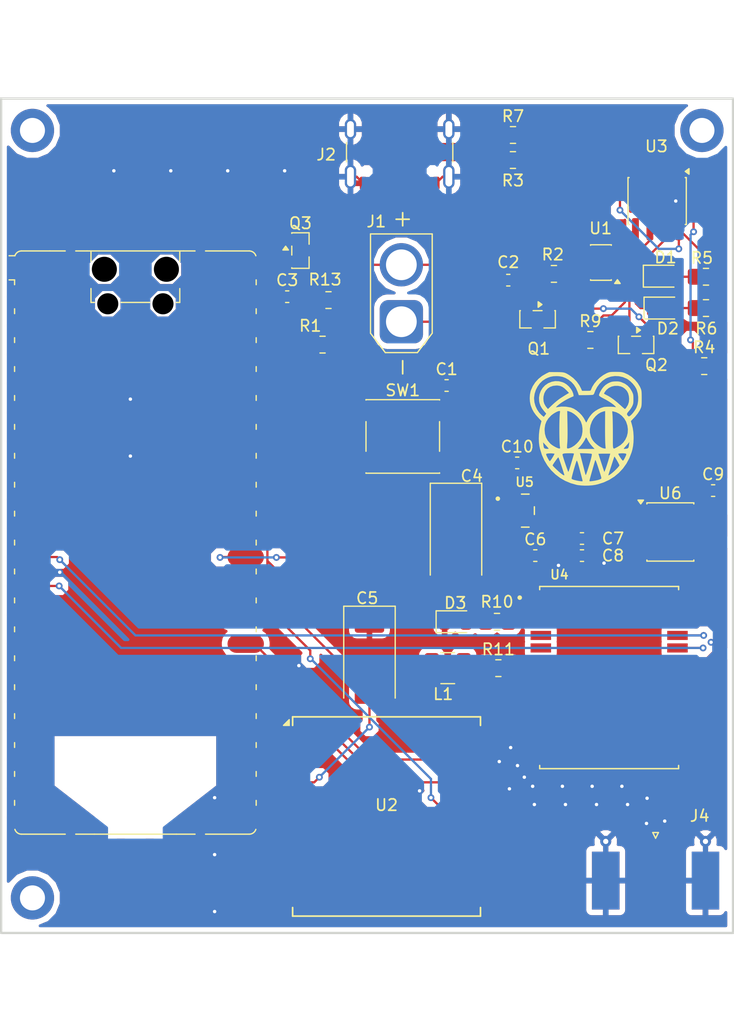
<source format=kicad_pcb>
(kicad_pcb (version 20241229) (generator "pcbnew") (generator_version "9.0")
  (layers (0 "F.Cu" signal) (2 "B.Cu" signal) (13 "F.Paste" user) (15 "B.Paste" user) (5 "F.SilkS" user "F.Silkscreen") (7 "B.SilkS" user "B.Silkscreen") (1 "F.Mask" user) (3 "B.Mask" user) (25 "Edge.Cuts" user))
  (net 0 "")
  (net 2 "Net-(A1-GPIO22)")
  (net 3 "Net-(A1-GPIO21)")
  (net 5 "Net-(A1-GND-Pad13)")
  (net 6 "Net-(A1-VSYS)")
  (net 8 "Net-(A1-GPIO20)")
  (net 11 "Net-(A1-GPIO9)")
  (net 14 "Net-(A1-GPIO8)")
  (net 19 "Net-(A1-GPIO19)")
  (net 21 "Net-(A1-3V3)")
  (net 25 "Net-(A1-GPIO16)")
  (net 26 "Net-(A1-GPIO17)")
  (net 33 "GND")
  (net 34 "Net-(U5-BYPASS)")
  (net 35 "Net-(U4-VCC)")
  (net 36 "Net-(D1-K)")
  (net 37 "Net-(D1-A)")
  (net 38 "Net-(D2-K)")
  (net 39 "Net-(D2-A)")
  (net 40 "Net-(D3-A)")
  (net 41 "Net-(L1-Pad1)")
  (net 42 "Net-(Q1-G)")
  (net 43 "Net-(Q1-D)")
  (net 44 "Net-(Q2-G)")
  (net 45 "Net-(Q3-G)")
  (net 46 "Net-(U1-VCC)")
  (net 47 "Net-(U3-PROG)")
  (net 48 "Net-(U3-CE)")
  (net 49 "Net-(U1-CS)")
  (net 50 "Net-(U4-TIMEPULSE)")
  (net 51 "Net-(U4-RSVD_8)")
  (net 57 "Net-(U4-SDA2)")
  (net 64 "Net-(U4-SCL2)")
  (net 65 "Net-(J1-Pin_2)")
  (net 66 "Net-(J1-Pin_1)")
  (net 67 "Net-(A1-RUN)")
  (net 68 "Net-(J2-CC1)")
  (net 69 "Net-(J2-CC2)")
  (net 74 "Net-(J4-In)")
  (footprint "Button_Switch_SMD:SW_SPST_PTS645Sx43SMTR92" (layer "F.Cu") (at 185.125 89.675)
    (property "Reference" "SW1")
    (property "Value" "SW_Push")
  )
  (footprint "Package_SO:SOIC-8_3.9x4.9mm_P1.27mm" (layer "F.Cu") (at 208.625 98.065)
    (property "Reference" "U6")
    (property "Value" "24LC32")
  )
  (footprint "Connector_Coaxial:SMA_Molex_73251-1153_EdgeMount_Horizontal" (layer "F.Cu") (at 207.33 126.96 90)
    (property "Reference" "J4")
    (property "Value" "Conn_Coaxial" (hide yes))
  )
  (footprint "MountingHole:MountingHole_2.2mm_M2_DIN965_Pad" (layer "F.Cu") (at 152.6 130.2)
    (property "Reference" "REF**" (hide yes))
    (property "Value" "MountingHole_2.2mm_M2_DIN965_Pad" (hide yes))
  )
  (footprint "Capacitor_SMD:C_0603_1608Metric" (layer "F.Cu") (at 200.8625 100.14)
    (property "Reference" "C8")
    (property "Value" "1 uf" (hide yes))
  )
  (footprint "Capacitor_SMD:C_0603_1608Metric" (layer "F.Cu") (at 174.975 77.4)
    (property "Reference" "C3")
    (property "Value" "100 nF" (hide yes))
  )
  (footprint "TPS79133DBVR:SOT95P280X145-5N" (layer "F.Cu") (at 195.8825 96.19)
    (property "Reference" "U5")
    (property "Value" "TPS79133DBVR" (hide yes))
  )
  (footprint "Resistor_SMD:R_0805_2012Metric_Pad1.20x1.40mm_HandSolder" (layer "F.Cu") (at 178.08 81.61116)
    (property "Reference" "R1")
    (property "Value" "10 kO" (hide yes))
  )
  (footprint "Capacitor_SMD:C_0603_1608Metric" (layer "F.Cu") (at 194.39 75.949999 180)
    (property "Reference" "C2")
    (property "Value" "0.1 nF" (hide yes))
  )
  (footprint "Capacitor_SMD:C_0603_1608Metric" (layer "F.Cu") (at 212.382984 94.428984)
    (property "Reference" "C9")
    (property "Value" "0.1 uF" (hide yes))
  )
  (footprint "Resistor_SMD:R_0805_2012Metric_Pad1.20x1.40mm_HandSolder" (layer "F.Cu") (at 211.755 75.65)
    (property "Reference" "R5")
    (property "Value" "1 kO" (hide yes))
  )
  (footprint "LED_SMD:LED_0805_2012Metric" (layer "F.Cu") (at 208 78.4)
    (property "Reference" "D2")
    (property "Value" "LED" (hide yes))
  )
  (footprint "Resistor_SMD:R_0805_2012Metric_Pad1.20x1.40mm_HandSolder" (layer "F.Cu") (at 211.755 78.4)
    (property "Reference" "R6")
    (property "Value" "1 kO" (hide yes))
  )
  (footprint "LED_SMD:LED_0805_2012Metric" (layer "F.Cu") (at 189.7375 105.95)
    (property "Reference" "D3")
    (property "Value" "LED" (hide yes))
  )
  (footprint "Resistor_SMD:R_0805_2012Metric_Pad1.20x1.40mm_HandSolder" (layer "F.Cu") (at 193.4 105.95 180)
    (property "Reference" "R10")
    (property "Value" "1 kO" (hide yes))
  )
  (footprint "Connector_USB:USB_C_Receptacle_GCT_USB4105-xx-A_16P_TopMnt_Horizontal" (layer "F.Cu") (at 184.85 63.76 180)
    (property "Reference" "J2")
    (property "Value" "USB_C_Receptacle_USB2.0_16P" (hide yes))
  )
  (footprint "Package_TO_SOT_SMD:SOT-23-6" (layer "F.Cu") (at 202.5275 74.399999 180)
    (property "Reference" "U1")
    (property "Value" "DW01A" (hide yes))
  )
  (footprint "Capacitor_SMD:C_0603_1608Metric" (layer "F.Cu") (at 200.8625 98.64)
    (property "Reference" "C7")
    (property "Value" "1 uF" (hide yes))
  )
  (footprint "Resistor_SMD:R_0805_2012Metric_Pad1.20x1.40mm_HandSolder" (layer "F.Cu") (at 211.6 83.5)
    (property "Reference" "R4")
    (property "Value" "1.1 kO" (hide yes))
  )
  (footprint "rdhead_logo:logosmall" (layer "F.Cu") (at 201.2 89)
    (property "Reference" "G***" (hide yes))
    (property "Value" "LOGO" (hide yes))
  )
  (footprint "Inductor_SMD:L_1210_3225Metric" (layer "F.Cu") (at 189.075 110.025 180)
    (property "Reference" "L1")
    (property "Value" "27 uH" (hide yes))
  )
  (footprint "Capacitor_SMD:C_0603_1608Metric" (layer "F.Cu") (at 196.7625 100.14)
    (property "Reference" "C6")
    (property "Value" "0.01 uF" (hide yes))
  )
  (footprint "GY-NEO6MV2 (1):XCVR_GY-NEO6MV2" (layer "F.Cu") (at 203.25 110.85)
    (property "Reference" "U4")
    (property "Value" "GY-NEO6MV2")
  )
  (footprint "Package_SO:SOIC-8-1EP_3.9x4.9mm_P1.27mm_EP2.41x3.81mm" (layer "F.Cu") (at 207.465 68.999999 -90)
    (property "Reference" "U3")
    (property "Value" "TP4056-42-ESOP8" (hide yes))
  )
  (footprint "Resistor_SMD:R_0805_2012Metric_Pad1.20x1.40mm_HandSolder" (layer "F.Cu") (at 178.6 77.7)
    (property "Reference" "R13")
    (property "Value" "10 kO" (hide yes))
  )
  (footprint "MountingHole:MountingHole_2.2mm_M2_DIN965_Pad" (layer "F.Cu") (at 152.6 62.8)
    (property "Reference" "REF**" (hide yes))
    (property "Value" "MountingHole_2.2mm_M2_DIN965_Pad" (hide yes))
  )
  (footprint "Connector_AMASS:AMASS_XT30U-M_1x02_P5.0mm_Vertical" (layer "F.Cu") (at 185 79.6 90)
    (property "Reference" "J1")
    (property "Value" "Conn_01x02")
  )
  (footprint "Package_TO_SOT_SMD:SOT-23" (layer "F.Cu") (at 205.615 81.637499 -90)
    (property "Reference" "Q2")
    (property "Value" "NMOS (CHG)" (hide yes))
  )
  (footprint "Package_TO_SOT_SMD:SOT-23" (layer "F.Cu") (at 196.965 79.387499 -90)
    (property "Reference" "Q1")
    (property "Value" "NMOS (DSG)" (hide yes))
  )
  (footprint "Resistor_SMD:R_0805_2012Metric_Pad1.20x1.40mm_HandSolder" (layer "F.Cu") (at 193.52 110.025)
    (property "Reference" "R11")
    (property "Value" "22 O")
  )
  (footprint "Resistor_SMD:R_0805_2012Metric_Pad1.20x1.40mm_HandSolder" (layer "F.Cu") (at 198.4 75.4 180)
    (property "Reference" "R2")
    (property "Value" "100 O" (hide yes))
  )
  (footprint "Module:RaspberryPi_Pico_Common_SMD" (layer "F.Cu") (at 161.64 98.995)
    (property "Reference" "A1" (hide yes))
    (property "Value" "RaspberryPi_Pico" (hide yes))
  )
  (footprint "Resistor_SMD:R_0805_2012Metric_Pad1.20x1.40mm_HandSolder" (layer "F.Cu") (at 201.6 81.2)
    (property "Reference" "R9")
    (property "Value" "1 kO" (hide yes))
  )
  (footprint "LED_SMD:LED_0805_2012Metric" (layer "F.Cu") (at 207.9375 75.6)
    (property "Reference" "D1")
    (property "Value" "LED" (hide yes))
  )
  (footprint "Capacitor_SMD:C_0603_1608Metric" (layer "F.Cu") (at 188.975 85.2)
    (property "Reference" "C1")
    (property "Value" "100 nF" (hide yes))
  )
  (footprint "Package_TO_SOT_SMD:SOT-23" (layer "F.Cu") (at 176.1375 73.35)
    (property "Reference" "Q3")
    (property "Value" "PMOS" (hide yes))
  )
  (footprint "RF_Module:Ai-Thinker-Ra-01-LoRa" (layer "F.Cu") (at 183.7 123.05)
    (property "Reference" "U2")
    (property "Value" "Ai-Thinker-Ra-02" (hide yes))
  )
  (footprint "Capacitor_Tantalum_SMD:CP_EIA-7343-31_Kemet-D" (layer "F.Cu") (at 189.8 98.2 -90)
    (property "Reference" "C4")
    (property "Value" "100 nF" (hide yes))
  )
  (footprint "MountingHole:MountingHole_2.2mm_M2_DIN965_Pad" (layer "F.Cu") (at 211.4 62.8)
    (property "Reference" "REF**" (hide yes))
    (property "Value" "MountingHole_2.2mm_M2_DIN965_Pad" (hide yes))
  )
  (footprint "Resistor_SMD:R_0805_2012Metric_Pad1.20x1.40mm_HandSolder" (layer "F.Cu") (at 194.805 63.2)
    (property "Reference" "R7")
    (property "Value" "5.1 kO" (hide yes))
  )
  (footprint "Capacitor_SMD:C_0603_1608Metric" (layer "F.Cu") (at 195.175 92)
    (property "Reference" "C10")
    (property "Value" "0.1 uF" (hide yes))
  )
  (footprint "Capacitor_Tantalum_SMD:CP_EIA-7343-31_Kemet-D" (layer "F.Cu") (at 182.2 109 -90)
    (property "Reference" "C5")
    (property "Value" "100 nF" (hide yes))
  )
  (footprint "Resistor_SMD:R_0805_2012Metric_Pad1.20x1.40mm_HandSolder" (layer "F.Cu") (at 194.8 65.4)
    (property "Reference" "R3")
    (property "Value" "5.1 kO" (hide yes))
  )
  (gr_rect (start 149.85 60) (end 214.125 133.28) (stroke (width 0.2)) (fill no) (layer "Edge.Cuts"))
  (segment (start 188.25 122.05) (end 187.6 121.4) (width 0.2) (layer "F.Cu") (net 2))
  (segment (start 177 109.2) (end 177 108.475) (width 0.2) (layer "F.Cu") (net 2))
  (segment (start 191.7 122.05) (end 188.25 122.05) (width 0.2) (layer "F.Cu") (net 2))
  (segment (start 177 108.475) (end 171.33 102.805) (width 0.2) (layer "F.Cu") (net 2))
  (via (at 177 109.2) (size 0.6) (drill 0.3) (layers "F.Cu" "B.Cu") (net 2))
  (via (at 187.6 121.4) (size 0.6) (drill 0.3) (layers "F.Cu" "B.Cu") (net 2))
  (segment (start 177.049943 109.2) (end 177 109.2) (width 0.2) (layer "B.Cu") (net 2))
  (segment (start 187.6 121.4) (end 187.6 119.750057) (width 0.2) (layer "B.Cu") (net 2))
  (segment (start 187.6 119.750057) (end 177.049943 109.2) (width 0.2) (layer "B.Cu") (net 2))
  (segment (start 191.7 118.05) (end 182.25 118.05) (width 0.2) (layer "F.Cu") (net 3))
  (segment (start 172.085 107.885) (end 171.33 107.885) (width 0.2) (layer "F.Cu") (net 3))
  (segment (start 182.25 118.05) (end 172.085 107.885) (width 0.2) (layer "F.Cu") (net 3))
  (segment (start 174.1615 74.5735) (end 174.1615 73.4385) (width 0.2) (layer "F.Cu") (net 6))
  (segment (start 171.33 77.405) (end 172.13 76.605) (width 0.2) (layer "F.Cu") (net 6))
  (segment (start 174.1615 73.4385) (end 175.2 72.4) (width 0.2) (layer "F.Cu") (net 6))
  (segment (start 172.13 76.605) (end 174.955 76.605) (width 0.2) (layer "F.Cu") (net 6))
  (segment (start 171.33 77.405) (end 174.1615 74.5735) (width 0.2) (layer "F.Cu") (net 6))
  (segment (start 174.955 76.605) (end 175.75 77.4) (width 0.2) (layer "F.Cu") (net 6))
  (segment (start 183.25 120.05) (end 191.7 120.05) (width 0.2) (layer "F.Cu") (net 8))
  (segment (start 173.625 110.425) (end 183.25 120.05) (width 0.2) (layer "F.Cu") (net 8))
  (segment (start 171.33 110.425) (end 173.625 110.425) (width 0.2) (layer "F.Cu") (net 8))
  (segment (start 155 102.75) (end 154.945 102.805) (width 0.2) (layer "F.Cu") (net 11))
  (segment (start 151.95 102.805) (end 154.945 102.805) (width 0.2) (layer "F.Cu") (net 11))
  (segment (start 209.25 108.25) (end 211.5 108.25) (width 0.2) (layer "F.Cu") (net 11))
  (via (at 154.945 102.805) (size 0.6) (drill 0.3) (layers "F.Cu" "B.Cu") (net 11))
  (via (at 211.5 108.25) (size 0.6) (drill 0.3) (layers "F.Cu" "B.Cu") (net 11))
  (segment (start 160.39 108.25) (end 211.5 108.25) (width 0.2) (layer "B.Cu") (net 11))
  (segment (start 154.945 102.805) (end 160.39 108.25) (width 0.2) (layer "B.Cu") (net 11))
  (segment (start 155 100.5) (end 154.765 100.265) (width 0.2) (layer "F.Cu") (net 14))
  (segment (start 154.765 100.265) (end 151.95 100.265) (width 0.2) (layer "F.Cu") (net 14))
  (segment (start 209.25 107.15) (end 211.55 107.15) (width 0.2) (layer "F.Cu") (net 14))
  (via (at 155 100.5) (size 0.6) (drill 0.3) (layers "F.Cu" "B.Cu") (net 14))
  (via (at 211.55 107.15) (size 0.6) (drill 0.3) (layers "F.Cu" "B.Cu") (net 14))
  (segment (start 211.55 107.15) (end 161.65 107.15) (width 0.2) (layer "B.Cu") (net 14))
  (segment (start 161.65 107.15) (end 155 100.5) (width 0.2) (layer "B.Cu") (net 14))
  (segment (start 175.165 112.965) (end 186.25 124.05) (width 0.2) (layer "F.Cu") (net 19))
  (segment (start 171.33 112.965) (end 175.165 112.965) (width 0.2) (layer "F.Cu") (net 19))
  (segment (start 186.25 124.05) (end 191.7 124.05) (width 0.2) (layer "F.Cu") (net 19))
  (segment (start 173.236 86.931) (end 171.33 85.025) (width 0.2) (layer "F.Cu") (net 21))
  (segment (start 173.956 101.32) (end 189.8 101.32) (width 0.2) (layer "F.Cu") (net 21))
  (segment (start 173.236 100.6) (end 173.236 86.931) (width 0.2) (layer "F.Cu") (net 21))
  (segment (start 177.8 119.6) (end 177.35 120.05) (width 0.2) (layer "F.Cu") (net 21))
  (segment (start 173.238549 101.32) (end 173.236 101.322549) (width 0.2) (layer "F.Cu") (net 21))
  (segment (start 194.4 92) (end 194.4 95.0125) (width 0.2) (layer "F.Cu") (net 21))
  (segment (start 182.2 112.12) (end 182.2 114.75) (width 0.2) (layer "F.Cu") (net 21))
  (segment (start 173.236 101.6) (end 173.236 101.322549) (width 0.2) (layer "F.Cu") (net 21))
  (segment (start 193.4 96) (end 194.16 95.24) (width 0.2) (layer "F.Cu") (net 21))
  (segment (start 173.236 101.2) (end 173.236 100.6) (width 0.2) (layer "F.Cu") (net 21))
  (segment (start 182.2 114.75) (end 182.2 115.2) (width 0.2) (layer "F.Cu") (net 21))
  (segment (start 173.236 103.156) (end 173.236 101.6) (width 0.2) (layer "F.Cu") (net 21))
  (segment (start 193.4 97.72) (end 193.4 96) (width 0.2) (layer "F.Cu") (net 21))
  (segment (start 182.2 112.12) (end 173.236 103.156) (width 0.2) (layer "F.Cu") (net 21))
  (segment (start 189.8 101.32) (end 193.4 97.72) (width 0.2) (layer "F.Cu") (net 21))
  (segment (start 194.16 95.24) (end 194.6275 95.24) (width 0.2) (layer "F.Cu") (net 21))
  (segment (start 173.236 100.6) (end 173.956 101.32) (width 0.2) (layer "F.Cu") (net 21))
  (segment (start 173.236 101.322549) (end 173.236 101.2) (width 0.2) (layer "F.Cu") (net 21))
  (segment (start 177.35 120.05) (end 175.7 120.05) (width 0.2) (layer "F.Cu") (net 21))
  (segment (start 194.4 95.0125) (end 194.6275 95.24) (width 0.2) (layer "F.Cu") (net 21))
  (via (at 177.8 119.6) (size 0.6) (drill 0.3) (layers "F.Cu" "B.Cu") (net 21))
  (via (at 182.2 115.2) (size 0.6) (drill 0.3) (layers "F.Cu" "B.Cu") (net 21))
  (segment (start 177.9 119.5) (end 177.8 119.6) (width 0.2) (layer "B.Cu") (net 21))
  (segment (start 182.2 115.2) (end 177.9 119.5) (width 0.2) (layer "B.Cu") (net 21))
  (segment (start 175.7 122.05) (end 172.405 122.05) (width 0.2) (layer "F.Cu") (net 25))
  (segment (start 172.405 122.05) (end 171.33 123.125) (width 0.2) (layer "F.Cu") (net 25))
  (segment (start 169.429 122.486) (end 171.33 120.585) (width 0.2) (layer "F.Cu") (net 26))
  (segment (start 169.429 123.58105) (end 169.429 122.486) (width 0.2) (layer "F.Cu") (net 26))
  (segment (start 175.524 124.226) (end 170.07395 124.226) (width 0.2) (layer "F.Cu") (net 26))
  (segment (start 170.07395 124.226) (end 169.429 123.58105) (width 0.2) (layer "F.Cu") (net 26))
  (segment (start 175.7 124.05) (end 175.524 124.226) (width 0.2) (layer "F.Cu") (net 26))
  (segment (start 211.607984 94.428984) (end 207.881016 94.428984) (width 0.2) (layer "F.Cu") (net 33))
  (segment (start 206.15 98.7) (end 206.15 99.24) (width 0.2) (layer "F.Cu") (net 33))
  (segment (start 154.145 79.945) (end 154.4 80.2) (width 0.2) (layer "F.Cu") (net 33))
  (segment (start 201.6375 98.64) (end 202.5 98.64) (width 0.2) (layer "F.Cu") (net 33))
  (segment (start 151.95 79.945) (end 154.145 79.945) (width 0.2) (layer "F.Cu") (net 33))
  (segment (start 169.155 118.045) (end 169 118.2) (width 0.2) (layer "F.Cu") (net 33))
  (segment (start 209.37 66.524999) (end 209.37 67.094999) (width 0.2) (layer "F.Cu") (net 33))
  (segment (start 183.945 105.88) (end 183.95 105.875) (width 0.2) (layer "F.Cu") (net 33))
  (segment (start 207.881016 94.428984) (end 206.15 96.16) (width 0.2) (layer "F.Cu") (net 33))
  (segment (start 171.33 118.045) (end 169.155 118.045) (width 0.2) (layer "F.Cu") (net 33))
  (segment (start 195.95 92) (end 197 92) (width 0.2) (layer "F.Cu") (net 33))
  (segment (start 175.7 118.05) (end 177.15 118.05) (width 0.2) (layer "F.Cu") (net 33))
  (segment (start 206.15 96.76) (end 206.15 96.16) (width 0.2) (layer "F.Cu") (net 33))
  (segment (start 210.95 103.85) (end 211 103.9) (width 0.2) (layer "F.Cu") (net 33))
  (segment (start 182.2 105.88) (end 183.945 105.88) (width 0.2) (layer "F.Cu") (net 33))
  (segment (start 180.53 66.865) (end 181.075 66.865) (width 0.2) (layer "F.Cu") (net 33))
  (segment (start 198.85 115.65) (end 199 115.5) (width 0.2) (layer "F.Cu") (net 33))
  (segment (start 212.6 83.5) (end 212.6 84.9) (width 0.2) (layer "F.Cu") (net 33))
  (segment (start 212.6 107.6) (end 212.6 107) (width 0.2) (layer "F.Cu") (net 33))
  (segment (start 187.95 105.95) (end 187.8 105.8) (width 0.2) (layer "F.Cu") (net 33))
  (segment (start 209.25 117.85) (end 211.011815 117.85) (width 0.2) (layer "F.Cu") (net 33))
  (segment (start 189.75 85.2) (end 190.8 85.2) (width 0.2) (layer "F.Cu") (net 33))
  (segment (start 189.17 66.865) (end 189.720586 66.865) (width 0.2) (layer "F.Cu") (net 33))
  (segment (start 209.759 97.43) (end 209.757984 97.428984) (width 0.2) (layer "F.Cu") (net 33))
  (segment (start 151.95 118.045) (end 154.045 118.045) (width 0.2) (layer "F.Cu") (net 33))
  (segment (start 188.115 62.685) (end 189.17 62.685) (width 0.2) (layer "F.Cu") (net 33))
  (segment (start 211.1 97.43) (end 209.759 97.43) (width 0.2) (layer "F.Cu") (net 33))
  (segment (start 194.6275 96.19) (end 194.6275 97.14) (width 0.2) (layer "F.Cu") (net 33))
  (segment (start 154.045 118.045) (end 154.4 118.4) (width 0.2) (layer "F.Cu") (net 33))
  (segment (start 177.25 116.05) (end 175.7 116.05) (width 0.2) (layer "F.Cu") (net 33))
  (segment (start 209.37 67.094999) (end 207.465 68.999999) (width 0.2) (layer "F.Cu") (net 33))
  (segment (start 189.75 116.05) (end 189.6 116.2) (width 0.2) (layer "F.Cu") (net 33))
  (segment (start 191.7 116.05) (end 189.75 116.05) (width 0.2) (layer "F.Cu") (net 33))
  (segment (start 180.53 62.685) (end 179.698683 62.685) (width 0.2) (layer "F.Cu") (net 33))
  (segment (start 171.33 92.645) (end 167.645 92.645) (width 0.2) (layer "F.Cu") (net 33))
  (segment (start 195.8 65.4) (end 197.205 65.4) (width 0.2) (layer "F.Cu") (net 33))
  (segment (start 212.45 124.5) (end 212.8 124.5) (width 0.2) (layer "F.Cu") (net 33))
  (segment (start 154.145 105.345) (end 154.4 105.6) (width 0.2) (layer "F.Cu") (net 33))
  (segment (start 211.71 125.24) (end 212.45 124.5) (width 0.2) (layer "F.Cu") (net 33))
  (segment (start 189.17 66.865) (end 188.625 66.865) (width 0.2) (layer "F.Cu") (net 33))
  (segment (start 195.805 63.2) (end 197.305 63.2) (width 0.2) (layer "F.Cu") (net 33))
  (segment (start 202.5375 100.5375) (end 202.5375 100.14) (width 0.2) (layer "F.Cu") (net 33))
  (segment (start 205.615 82.574999) (end 205.615 84.185) (width 0.2) (layer "F.Cu") (net 33))
  (segment (start 194.6275 97.14) (end 194.6275 98.1375) (width 0.2) (layer "F.Cu") (net 33))
  (segment (start 206.15 99.97) (end 206.15 100.42) (width 0.2) (layer "F.Cu") (net 33))
  (segment (start 201.6375 100.14) (end 202.5375 100.14) (width 0.2) (layer "F.Cu") (net 33))
  (segment (start 188.625 66.865) (end 188.05 67.44) (width 0.2) (layer "F.Cu") (net 33))
  (segment (start 154.245 92.645) (end 154.4 92.8) (width 0.2) (layer "F.Cu") (net 33))
  (segment (start 202.8 100.8) (end 202.5375 100.5375) (width 0.2) (layer "F.Cu") (net 33))
  (segment (start 168.655 79.945) (end 168.4 80.2) (width 0.2) (layer "F.Cu") (net 33))
  (segment (start 178 117.2) (end 178 116.8) (width 0.2) (layer "F.Cu") (net 33))
  (segment (start 197.25 115.65) (end 198.85 115.65) (width 0.2) (layer "F.Cu") (net 33))
  (segment (start 179.71116 87.425) (end 179.65 87.36384) (width 0.2) (layer "F.Cu") (net 33))
  (segment (start 189.105 87.425) (end 187.68884 87.425) (width 0.2) (layer "F.Cu") (net 33))
  (segment (start 177.15 118.05) (end 178 117.2) (width 0.2) (layer "F.Cu") (net 33))
  (segment (start 188.115 62.685) (end 188 62.8) (width 0.2) (layer "F.Cu") (net 33))
  (segment (start 191.7 130.05) (end 189.95 130.05) (width 0.2) (layer "F.Cu") (net 33))
  (segment (start 181.075 66.865) (end 181.65 67.44) (width 0.2) (layer "F.Cu") (net 33))
  (segment (start 202.95 128.68) (end 201.32 128.68) (width 0.2) (layer "F.Cu") (net 33))
  (segment (start 209.25 103.85) (end 210.95 103.85) (width 0.2) (layer "F.Cu") (net 33))
  (segment (start 212.2 107.749913) (end 212.450087 107.749913) (width 0.2) (layer "F.Cu") (net 33))
  (segment (start 188.8 105.95) (end 187.95 105.95) (width 0.2) (layer "F.Cu") (net 33))
  (segment (start 187.68884 87.425) (end 187.65 87.46384) (width 0.2) (layer "F.Cu") (net 33))
  (segment (start 201.32 128.68) (end 201.2 128.8) (width 0.2) (layer "F.Cu") (net 33))
  (segment (start 206.15 97.43) (end 206.15 97.95) (width 0.2) (layer "F.Cu") (net 33))
  (segment (start 212.450087 107.749913) (end 212.6 107.6) (width 0.2) (layer "F.Cu") (net 33))
  (segment (start 197.25 117.85) (end 197.25 118.65) (width 0.2) (layer "F.Cu") (net 33))
  (segment (start 204 124.6) (end 203.59 124.6) (width 0.2) (layer "F.Cu") (net 33))
  (segment (start 189.95 130.05) (end 189.8 130.2) (width 0.2) (layer "F.Cu") (net 33))
  (segment (start 194.6275 98.1375) (end 194.63 98.14) (width 0.2) (layer "F.Cu") (net 33))
  (segment (start 151.95 92.645) (end 154.245 92.645) (width 0.2) (layer "F.Cu") (net 33))
  (segment (start 206.83 65.066528) (end 206.828737 65.065265) (width 0.2) (layer "F.Cu") (net 33))
  (segment (start 197.94 100.14) (end 198.8 101) (width 0.2) (layer "F.Cu") (net 33))
  (segment (start 174.2 77.4) (end 174.2 78.6) (width 0.2) (layer "F.Cu") (net 33))
  (segment (start 212.6 107) (end 212.6 106.8) (width 0.2) (layer "F.Cu") (net 33))
  (segment (start 177.25 116.05) (end 178 116.8) (width 0.2) (layer "F.Cu") (net 33))
  (segment (start 197.25 110.45) (end 197.25 111.25) (width 0.2) (layer "F.Cu") (net 33))
  (segment (start 209.1 69) (end 209.6 69) (width 0.4) (layer "F.Cu") (net 33))
  (segment (start 171.33 79.945) (end 168.655 79.945) (width 0.2) (layer "F.Cu") (net 33))
  (segment (start 211.71 128.68) (end 209.92 128.68) (width 0.2) (layer "F.Cu") (net 33))
  (segment (start 180.53 66.865) (end 179.797775 66.865) (width 0.2) (layer "F.Cu") (net 33))
  (segment (start 181.145 87.425) (end 179.71116 87.425) (width 0.2) (layer "F.Cu") (net 33))
  (segment (start 197.5375 100.14) (end 197.94 100.14) (width 0.2) (layer "F.Cu") (net 33))
  (segment (start 189.720586 66.865) (end 189.724717 66.860869) (width 0.2) (layer "F.Cu") (net 33))
  (segment (start 212.6 106.8) (end 212.2 106.4) (width 0.2) (layer "F.Cu") (net 33))
  (segment (start 202.6 81.2) (end 202.6 82.4) (width 0.2) (layer "F.Cu") (net 33))
  (segment (start 177.6 77.7) (end 177.6 78.9) (width 0.2) (layer "F.Cu") (net 33))
  (segment (start 206.83 66.524999) (end 206.83 65.066528) (width 0.2) (layer "F.Cu") (net 33))
  (segment (start 207.465 68.999999) (end 209.1 69) (width 0.4) (layer "F.Cu") (net 33))
  (segment (start 151.95 105.345) (end 154.145 105.345) (width 0.2) (layer "F.Cu") (net 33))
  (segment (start 203.59 124.6) (end 202.95 125.24) (width 0.2) (layer "F.Cu") (net 33))
  (segment (start 211.011815 117.85) (end 211.01198 117.849835) (width 0.2) (layer "F.Cu") (net 33))
  (via (at 199.411799 122) (size 0.7) (drill 0.3) (layers "F.Cu" "B.Cu") (net 33))
  (via (at 199.143876 120.4) (size 0.7) (drill 0.3) (layers "F.Cu" "B.Cu") (net 33))
  (via (at 174.75 66.345) (size 0.6) (drill 0.3) (layers "F.Cu" "B.Cu") (net 33))
  (via (at 196.683384 122) (size 0.7) (drill 0.3) (layers "F.Cu" "B.Cu") (net 33))
  (via (at 176 109.8) (size 0.6) (drill 0.3) (layers "F.Cu" "B.Cu") (net 33))
  (via (at 161.2 91.4) (size 0.6) (drill 0.3) (layers "F.Cu" "B.Cu") (net 33))
  (via (at 164.75 66.345) (size 0.6) (drill 0.3) (layers "F.Cu" "B.Cu") (net 33))
  (via (at 206.53 123.66137) (size 0.7) (drill 0.3) (layers "F.Cu" "B.Cu") (net 33))
  (via (at 168.6 121.4) (size 0.6) (drill 0.3) (layers "F.Cu" "B.Cu") (net 33))
  (via (at 209.1 69) (size 0.6) (drill 0.3) (layers "F.Cu" "B.Cu") (net 33))
  (via (at 202.8 100.8) (size 0.6) (drill 0.3) (layers "F.Cu" "B.Cu") (net 33))
  (via (at 168.6 131.4) (size 0.6) (drill 0.3) (layers "F.Cu" "B.Cu") (net 33))
  (via (at 186.6 120.8) (size 0.6) (drill 0.3) (layers "F.Cu" "B.Cu") (net 33))
  (via (at 201.756382 120.4) (size 0.7) (drill 0.3) (layers "F.Cu" "B.Cu") (net 33))
  (via (at 193.600281 118.228778) (size 0.7) (drill 0.3) (layers "F.Cu" "B.Cu") (net 33))
  (via (at 198.8 101) (size 0.6) (drill 0.3) (layers "F.Cu" "B.Cu") (net 33))
  (via (at 194.6 117) (size 0.7) (drill 0.3) (layers "F.Cu" "B.Cu") (net 33))
  (via (at 161.2 86.4) (size 0.6) (drill 0.3) (layers "F.Cu" "B.Cu") (net 33))
  (via (at 159.75 66.345) (size 0.6) (drill 0.3) (layers "F.Cu" "B.Cu") (net 33))
  (via (at 155 101.6) (size 0.6) (drill 0.3) (layers "F.Cu" "B.Cu") (net 33))
  (via (at 168.6 126.4) (size 0.6) (drill 0.3) (layers "F.Cu" "B.Cu") (net 33))
  (via (at 208.13 123.454987) (size 0.7) (drill 0.3) (layers "F.Cu" "B.Cu") (net 33))
  (via (at 204.368888 120.4) (size 0.7) (drill 0.3) (layers "F.Cu" "B.Cu") (net 33))
  (via (at 196.53137 120.4) (size 0.7) (drill 0.3) (layers "F.Cu" "B.Cu") (net 33))
  (via (at 195.8 119.6) (size 0.7) (drill 0.3) (layers "F.Cu" "B.Cu") (net 33))
  (via (at 212.2 107.749913) (size 0.6) (drill 0.3) (layers "F.Cu" "B.Cu") (net 33))
  (via (at 202.140214 122) (size 0.7) (drill 0.3) (layers "F.Cu" "B.Cu") (net 33))
  (via (at 204.86863 122) (size 0.7) (drill 0.3) (layers "F.Cu" "B.Cu") (net 33))
  (via (at 195.2 118.58137) (size 0.7) (drill 0.3) (layers "F.Cu" "B.Cu") (net 33))
  (via (at 194.491127 120.622497) (size 0.7) (drill 0.3) (layers "F.Cu" "B.Cu") (net 33))
  (via (at 169.75 66.345) (size 0.6) (drill 0.3) (layers "F.Cu" "B.Cu") (net 33))
  (via (at 206.581032 121.449662) (size 0.7) (drill 0.3) (layers "F.Cu" "B.Cu") (net 33))
  (segment (start 210.97 124.5) (end 211.71 125.24) (width 0.2) (layer "B.Cu") (net 33))
  (segment (start 210.6 124.5) (end 210.97 124.5) (width 0.2) (layer "B.Cu") (net 33))
  (segment (start 198.8 101) (end 202.6 101) (width 0.2) (layer "B.Cu") (net 33))
  (segment (start 202.95 125.24) (end 202.31 124.6) (width 0.2) (layer "B.Cu") (net 33))
  (segment (start 202.31 124.6) (end 201.8 124.6) (width 0.2) (layer "B.Cu") (net 33))
  (segment (start 202.6 101) (end 202.8 100.8) (width 0.2) (layer "B.Cu") (net 33))
  (segment (start 195.9875 98.29) (end 195.9875 100.14) (width 0.2) (layer "F.Cu") (net 34))
  (segment (start 197.1375 97.14) (end 195.9875 98.29) (width 0.2) (layer "F.Cu") (net 34))
  (segment (start 198.9365 100.14) (end 200.0875 100.14) (width 0.2) (layer "F.Cu") (net 35))
  (segment (start 213.157984 95.878984) (end 212.876968 96.16) (width 0.2) (layer "F.Cu") (net 35))
  (segment (start 211.158874 93.652984) (end 212.057094 93.652984) (width 0.2) (layer "F.Cu") (net 35))
  (segment (start 197.1375 95.24) (end 198.9365 97.039) (width 0.2) (layer "F.Cu") (net 35))
  (segment (start 212.5145 93.7855) (end 213.157984 94.428984) (width 0.2) (layer "F.Cu") (net 35))
  (segment (start 212.352055 93.947945) (end 212.5145 93.7855) (width 0.2) (layer "F.Cu") (net 35))
  (segment (start 209.25 104.95) (end 208.15 104.95) (width 0.2) (layer "F.Cu") (net 35))
  (segment (start 212.057094 93.652984) (end 212.352055 93.947945) (width 0.2) (layer "F.Cu") (net 35))
  (segment (start 198.9365 97.14) (end 198.9365 98.64) (width 0.2) (layer "F.Cu") (net 35))
  (segment (start 201.2255 94.75) (end 206.9929 94.75) (width 0.2) (layer "F.Cu") (net 35))
  (segment (start 200.8215 102.025) (end 205.225 102.025) (width 0.2) (layer "F.Cu") (net 35))
  (segment (start 210.856984 94.027984) (end 210.856984 93.954874) (width 0.2) (layer "F.Cu") (net 35))
  (segment (start 208.15 104.95) (end 205.225 102.025) (width 0.2) (layer "F.Cu") (net 35))
  (segment (start 198.9365 97.039) (end 201.2255 94.75) (width 0.2) (layer "F.Cu") (net 35))
  (segment (start 213.157984 94.428984) (end 213.157984 95.878984) (width 0.2) (layer "F.Cu") (net 35))
  (segment (start 206.9929 94.75) (end 207.714916 94.027984) (width 0.2) (layer "F.Cu") (net 35))
  (segment (start 198.9365 100.14) (end 200.8215 102.025) (width 0.2) (layer "F.Cu") (net 35))
  (segment (start 198.9365 98.64) (end 200.0875 98.64) (width 0.2) (layer "F.Cu") (net 35))
  (segment (start 207.714916 94.027984) (end 210.856984 94.027984) (width 0.2) (layer "F.Cu") (net 35))
  (segment (start 212.876968 96.16) (end 211.1 96.16) (width 0.2) (layer "F.Cu") (net 35))
  (segment (start 198.9365 98.64) (end 198.9365 100.14) (width 0.2) (layer "F.Cu") (net 35))
  (segment (start 198.9365 97.039) (end 198.9365 97.14) (width 0.2) (layer "F.Cu") (net 35))
  (segment (start 210.856984 93.954874) (end 211.158874 93.652984) (width 0.2) (layer "F.Cu") (net 35))
  (segment (start 207 75.6) (end 207 73.549998) (width 0.2) (layer "F.Cu") (net 36))
  (segment (start 207 73.549998) (end 208.1 72.449998) (width 0.2) (layer "F.Cu") (net 36))
  (segment (start 207.845 71.729999) (end 208.1 71.474999) (width 0.2) (layer "F.Cu") (net 36))
  (segment (start 208.1 71.474999) (end 208.1 72.449998) (width 0.2) (layer "F.Cu") (net 36))
  (segment (start 211.435 75.65) (end 209.23 75.65) (width 0.2) (layer "F.Cu") (net 37))
  (segment (start 206 78.4) (end 207.0625 78.4) (width 0.2) (layer "F.Cu") (net 38))
  (segment (start 205.6 73.679998) (end 205.6 78) (width 0.2) (layer "F.Cu") (net 38))
  (segment (start 206.83 72.449998) (end 205.6 73.679998) (width 0.2) (layer "F.Cu") (net 38))
  (segment (start 205.6 78) (end 206 78.4) (width 0.2) (layer "F.Cu") (net 38))
  (segment (start 206.83 71.474999) (end 206.83 72.449998) (width 0.2) (layer "F.Cu") (net 38))
  (segment (start 208.9375 78.4) (end 210.755 78.4) (width 0.2) (layer "F.Cu") (net 39))
  (segment (start 192.4 105.95) (end 190.965 105.95) (width 0.2) (layer "F.Cu") (net 40))
  (segment (start 192.52 110.025) (end 190.475 110.025) (width 0.2) (layer "F.Cu") (net 41))
  (segment (start 201.6035 77.411499) (end 197.0535 77.411499) (width 0.2) (layer "F.Cu") (net 42))
  (segment (start 203.665 75.349999) (end 201.6035 77.411499) (width 0.2) (layer "F.Cu") (net 42))
  (segment (start 197.0535 77.411499) (end 196.015 78.449999) (width 0.2) (layer "F.Cu") (net 42))
  (segment (start 206.565 79.869999) (end 205.865 79.169999) (width 0.2) (layer "F.Cu") (net 43))
  (segment (start 206.565 80.699999) (end 206.565 79.869999) (width 0.2) (layer "F.Cu") (net 43))
  (segment (start 202.665 78.449999) (end 197.915 78.449999) (width 0.2) (layer "F.Cu") (net 43))
  (segment (start 202.745 78.449999) (end 202.665 78.449999) (width 0.2) (layer "F.Cu") (net 43))
  (via (at 202.745 78.449999) (size 0.6) (drill 0.3) (layers "F.Cu" "B.Cu") (net 43))
  (via (at 205.865 79.169999) (size 0.6) (drill 0.3) (layers "F.Cu" "B.Cu") (net 43))
  (segment (start 205.145 78.449999) (end 205.865 79.169999) (width 0.2) (layer "B.Cu") (net 43))
  (segment (start 202.745 78.449999) (end 205.145 78.449999) (width 0.2) (layer "B.Cu") (net 43))
  (segment (start 204.665 80.699999) (end 204.665 79.9625) (width 0.2) (layer "F.Cu") (net 44))
  (segment (start 203.665 73.449999) (end 204.327499 73.449999) (width 0.2) (layer "F.Cu") (net 44))
  (segment (start 204.327499 73.449999) (end 205.0295 74.152) (width 0.2) (layer "F.Cu") (net 44))
  (segment (start 205.0295 80.335499) (end 204.665 80.699999) (width 0.2) (layer "F.Cu") (net 44))
  (segment (start 205.0295 74.152) (end 205.0295 80.335499) (width 0.2) (layer "F.Cu") (net 44))
  (segment (start 176.2 74.3) (end 175.2 74.3) (width 0.2) (layer "F.Cu") (net 45))
  (segment (start 179.6 77.7) (end 176.2 74.3) (width 0.2) (layer "F.Cu") (net 45))
  (segment (start 200.400001 74.399999) (end 201.39 74.399999) (width 0.2) (layer "F.Cu") (net 46))
  (segment (start 199.4 75.4) (end 200.400001 74.399999) (width 0.2) (layer "F.Cu") (net 46))
  (segment (start 210.6 83.5) (end 210.6 81.4) (width 0.2) (layer "F.Cu") (net 47))
  (segment (start 208.1 66.524999) (end 208.1 65.55) (width 0.2) (layer "F.Cu") (net 47))
  (segment (start 208.401001 65.248999) (end 209.710968 65.248999) (width 0.2) (layer "F.Cu") (net 47))
  (segment (start 208.1 65.55) (end 208.401001 65.248999) (width 0.2) (layer "F.Cu") (net 47))
  (segment (start 210.665 66.203031) (end 210.665 71.699999) (width 0.2) (layer "F.Cu") (net 47))
  (segment (start 209.710968 65.248999) (end 210.665 66.203031) (width 0.2) (layer "F.Cu") (net 47))
  (segment (start 210.6 81.4) (end 210.4 81.2) (width 0.2) (layer "F.Cu") (net 47))
  (via (at 210.665 71.699999) (size 0.6) (drill 0.3) (layers "F.Cu" "B.Cu") (net 47))
  (via (at 210.4 81.2) (size 0.6) (drill 0.3) (layers "F.Cu" "B.Cu") (net 47))
  (segment (start 210.4 71.964999) (end 210.4 81.2) (width 0.2) (layer "B.Cu") (net 47))
  (segment (start 210.665 71.699999) (end 210.4 71.964999) (width 0.2) (layer "B.Cu") (net 47))
  (segment (start 200.25 70.75) (end 185.185001 70.75) (width 0.2) (layer "F.Cu") (net 48))
  (segment (start 209.37 73.194999) (end 209.365 73.199999) (width 0.2) (layer "F.Cu") (net 48))
  (segment (start 204.5 66.5) (end 205.535001 66.5) (width 0.2) (layer "F.Cu") (net 48))
  (segment (start 185.185001 70.75) (end 182.45 68.014999) (width 0.2) (layer "F.Cu") (net 48))
  (segment (start 188.485001 69.25) (end 187.25 68.014999) (width 0.2) (layer "F.Cu") (net 48))
  (segment (start 201.75 69.25) (end 204.5 66.5) (width 0.2) (layer "F.Cu") (net 48))
  (segment (start 204.2 67.884999) (end 204.2 69.8) (width 0.2) (layer "F.Cu") (net 48))
  (segment (start 182.45 67.95) (end 182.45 67.44) (width 0.2) (layer "F.Cu") (net 48))
  (segment (start 205.535001 66.5) (end 205.56 66.524999) (width 0.2) (layer "F.Cu") (net 48))
  (segment (start 201.75 69.25) (end 200.25 70.75) (width 0.2) (layer "F.Cu") (net 48))
  (segment (start 182.45 68.014999) (end 182.45 67.44) (width 0.2) (layer "F.Cu") (net 48))
  (segment (start 209.37 71.474999) (end 209.37 73.194999) (width 0.2) (layer "F.Cu") (net 48))
  (segment (start 188.485001 69.25) (end 201.75 69.25) (width 0.2) (layer "F.Cu") (net 48))
  (segment (start 212.755 74.859999) (end 209.37 71.474999) (width 0.2) (layer "F.Cu") (net 48))
  (segment (start 187.25 68.014999) (end 187.25 67.44) (width 0.2) (layer "F.Cu") (net 48))
  (segment (start 205.56 66.524999) (end 204.2 67.884999) (width 0.2) (layer "F.Cu") (net 48))
  (segment (start 212.755 78.4) (end 212.755 75.65) (width 0.2) (layer "F.Cu") (net 48))
  (segment (start 212.755 75.65) (end 212.755 74.859999) (width 0.2) (layer "F.Cu") (net 48))
  (segment (start 209.37 71.474999) (end 209.416 71.428999) (width 0.2) (layer "F.Cu") (net 48))
  (via (at 204.2 69.8) (size 0.6) (drill 0.3) (layers "F.Cu" "B.Cu") (net 48))
  (via (at 209.365 73.199999) (size 0.6) (drill 0.3) (layers "F.Cu" "B.Cu") (net 48))
  (segment (start 209.365 73.199999) (end 208.663 73.199999) (width 0.2) (layer "B.Cu") (net 48))
  (segment (start 207.599999 73.199999) (end 204.2 69.8) (width 0.2) (layer "B.Cu") (net 48))
  (segment (start 208.663 73.199999) (end 207.599999 73.199999) (width 0.2) (layer "B.Cu") (net 48))
  (segment (start 202.749001 79.050999) (end 200.6 81.2) (width 0.2) (layer "F.Cu") (net 49))
  (segment (start 203.469 79.050999) (end 202.749001 79.050999) (width 0.2) (layer "F.Cu") (net 49))
  (segment (start 204.6285 77.891499) (end 203.469 79.050999) (width 0.2) (layer "F.Cu") (net 49))
  (segment (start 203.665 74.399999) (end 204.399999 74.399999) (width 0.2) (layer "F.Cu") (net 49))
  (segment (start 204.6285 74.6285) (end 204.6285 77.891499) (width 0.2) (layer "F.Cu") (net 49))
  (segment (start 204.399999 74.399999) (end 204.6285 74.6285) (width 0.2) (layer "F.Cu") (net 49))
  (segment (start 194.225 105.95) (end 197.15 105.95) (width 0.2) (layer "F.Cu") (net 50))
  (segment (start 197.15 105.95) (end 197.25 106.05) (width 0.2) (layer "F.Cu") (net 50))
  (segment (start 195.525 114.55) (end 195.35 114.55) (width 0.2) (layer "F.Cu") (net 51))
  (segment (start 197.25 114.55) (end 195.525 114.55) (width 0.2) (layer "F.Cu") (net 51))
  (segment (start 194.52 113.72) (end 195.35 114.55) (width 0.2) (layer "F.Cu") (net 51))
  (segment (start 196.15 114.55) (end 195.525 114.55) (width 0.2) (layer "F.Cu") (net 51))
  (segment (start 197.25 113.45) (end 196.15 114.55) (width 0.2) (layer "F.Cu") (net 51))
  (segment (start 194.52 110.025) (end 194.52 113.72) (width 0.2) (layer "F.Cu") (net 51))
  (segment (start 211.3 110.45) (end 209.25 110.45) (width 0.2) (layer "F.Cu") (net 57))
  (segment (start 210.753032 99.97) (end 209.824 99.040968) (width 0.2) (layer "F.Cu") (net 57))
  (segment (start 211.1 99.97) (end 210.753032 99.97) (width 0.2) (layer "F.Cu") (net 57))
  (segment (start 209.824 99.040968) (end 209.824 98.359032) (width 0.2) (layer "F.Cu") (net 57))
  (segment (start 210.084032 98.099) (end 212.115968 98.099) (width 0.2) (layer "F.Cu") (net 57))
  (segment (start 210.125001 99.97) (end 211.1 99.97) (width 0.2) (layer "F.Cu") (net 57))
  (segment (start 209.824 98.359032) (end 210.084032 98.099) (width 0.2) (layer "F.Cu") (net 57))
  (segment (start 213.524 99.507032) (end 213.524 108.226) (width 0.2) (layer "F.Cu") (net 57))
  (segment (start 212.115968 98.099) (end 213.524 99.507032) (width 0.2) (layer "F.Cu") (net 57))
  (segment (start 213.524 108.226) (end 211.3 110.45) (width 0.2) (layer "F.Cu") (net 57))
  (segment (start 213 108) (end 213 100.253032) (width 0.2) (layer "F.Cu") (net 64))
  (segment (start 209.25 109.35) (end 211.65 109.35) (width 0.2) (layer "F.Cu") (net 64))
  (segment (start 209.25 109.35) (end 209.3 109.4) (width 0.2) (layer "F.Cu") (net 64))
  (segment (start 213 100.253032) (end 211.446968 98.7) (width 0.2) (layer "F.Cu") (net 64))
  (segment (start 211.65 109.35) (end 213 108) (width 0.2) (layer "F.Cu") (net 64))
  (segment (start 211.446968 98.7) (end 211.1 98.7) (width 0.2) (layer "F.Cu") (net 64))
  (segment (start 185 74.6) (end 179.975 74.6) (width 0.2) (layer "F.Cu") (net 65))
  (segment (start 178.325 74.6) (end 177.075 73.35) (width 0.2) (layer "F.Cu") (net 65))
  (segment (start 180.501 76.81587) (end 179.975 76.28987) (width 0.2) (layer "F.Cu") (net 65))
  (segment (start 191.607501 72.392499) (end 191.407501 72.392499) (width 0.2) (layer "F.Cu") (net 65))
  (segment (start 197.4 75.4) (end 197.3 75.4) (width 0.2) (layer "F.Cu") (net 65))
  (segment (start 204.634999 72.4) (end 191.615002 72.4) (width 0.2) (layer "F.Cu") (net 65))
  (segment (start 180.501 78.38516) (end 180.501 76.81587) (width 0.2) (layer "F.Cu") (net 65))
  (segment (start 196.750001 75.949999) (end 195.165 75.949999) (width 0.2) (layer "F.Cu") (net 65))
  (segment (start 205.56 71.474999) (end 204.634999 72.4) (width 0.2) (layer "F.Cu") (net 65))
  (segment (start 179.975 74.6) (end 178.325 74.6) (width 0.2) (layer "F.Cu") (net 65))
  (segment (start 177.08 81.61116) (end 177.275 81.61116) (width 0.2) (layer "F.Cu") (net 65))
  (segment (start 177.275 81.61116) (end 180.501 78.38516) (width 0.2) (layer "F.Cu") (net 65))
  (segment (start 191.407501 72.392499) (end 189.2 74.6) (width 0.2) (layer "F.Cu") (net 65))
  (segment (start 189.2 74.6) (end 185 74.6) (width 0.2) (layer "F.Cu") (net 65))
  (segment (start 191.615002 72.4) (end 191.607501 72.392499) (width 0.2) (layer "F.Cu") (net 65))
  (segment (start 191.607501 72.392499) (end 195.165 75.949999) (width 0.2) (layer "F.Cu") (net 65))
  (segment (start 197.3 75.4) (end 196.750001 75.949999) (width 0.2) (layer "F.Cu") (net 65))
  (segment (start 179.975 76.28987) (end 179.975 74.6) (width 0.2) (layer "F.Cu") (net 65))
  (segment (start 185 79.6) (end 195.75 79.6) (width 0.2) (layer "F.Cu") (net 66))
  (segment (start 201.39 75.349999) (end 200.015 76.724999) (width 0.2) (layer "F.Cu") (net 66))
  (segment (start 196.965 80.324999) (end 196.510532 80.324999) (width 0.2) (layer "F.Cu") (net 66))
  (segment (start 195.75 79.6) (end 195.767767 79.582233) (width 0.2) (layer "F.Cu") (net 66))
  (segment (start 195.767767 79.582233) (end 193.615 77.429467) (width 0.2) (layer "F.Cu") (net 66))
  (segment (start 193.615 77.429467) (end 193.615 75.949999) (width 0.2) (layer "F.Cu") (net 66))
  (segment (start 193.615 75.949999) (end 194.39 76.724999) (width 0.2) (layer "F.Cu") (net 66))
  (segment (start 193.395 76.169999) (end 193.615 75.949999) (width 0.2) (layer "F.Cu") (net 66))
  (segment (start 196.510532 80.324999) (end 195.767767 79.582233) (width 0.2) (layer "F.Cu") (net 66))
  (segment (start 200.015 76.724999) (end 194.39 76.724999) (width 0.2) (layer "F.Cu") (net 66))
  (segment (start 181.145 91.925) (end 181.88884 91.925) (width 0.2) (layer "F.Cu") (net 67))
  (segment (start 181.145 96.71616) (end 185.93616 91.925) (width 0.2) (layer "F.Cu") (net 67))
  (segment (start 179.08 81.61116) (end 182.874 85.40516) (width 0.2) (layer "F.Cu") (net 67))
  (segment (start 185.55 89.675) (end 186 89.675) (width 0.2) (layer "F.Cu") (net 67))
  (segment (start 181.88884 91.925) (end 184.13884 89.675) (width 0.2) (layer "F.Cu") (net 67))
  (segment (start 169.11 100.265) (end 169.075 100.3) (width 0.2) (layer "F.Cu") (net 67))
  (segment (start 186 89.675) (end 186.275 89.675) (width 0.2) (layer "F.Cu") (net 67))
  (segment (start 182.874 85.40516) (end 182.874 88.41016) (width 0.2) (layer "F.Cu") (net 67))
  (segment (start 171.33 100.265) (end 169.11 100.265) (width 0.2) (layer "F.Cu") (net 67))
  (segment (start 185.93616 91.925) (end 189.105 91.925) (width 0.2) (layer "F.Cu") (net 67))
  (segment (start 182.874 88.41016) (end 184.13884 89.675) (width 0.2) (layer "F.Cu") (net 67))
  (segment (start 186 87.4) (end 186 89.675) (width 0.2) (layer "F.Cu") (net 67))
  (segment (start 177.56116 100.3) (end 174.025 100.3) (width 0.2) (layer "F.Cu") (net 67))
  (segment (start 184.13884 89.675) (end 185.55 89.675) (width 0.2) (layer "F.Cu") (net 67))
  (segment (start 188.525 91.925) (end 186.275 89.675) (width 0.2) (layer "F.Cu") (net 67))
  (segment (start 181.145 96.71616) (end 177.56116 100.3) (width 0.2) (layer "F.Cu") (net 67))
  (segment (start 189.105 91.925) (end 188.525 91.925) (width 0.2) (layer "F.Cu") (net 67))
  (segment (start 188.2 85.2) (end 186 87.4) (width 0.2) (layer "F.Cu") (net 67))
  (segment (start 181.145 91.925) (end 181.145 96.71616) (width 0.2) (layer "F.Cu") (net 67))
  (via (at 174.025 100.3) (size 0.6) (drill 0.3) (layers "F.Cu" "B.Cu") (net 67))
  (via (at 169.075 100.3) (size 0.6) (drill 0.3) (layers "F.Cu" "B.Cu") (net 67))
  (segment (start 169.075 100.3) (end 174.025 100.3) (width 0.2) (layer "B.Cu") (net 67))
  (segment (start 187.531176 65.4) (end 193.8 65.4) (width 0.2) (layer "F.Cu") (net 68))
  (segment (start 186.1 66.831176) (end 187.531176 65.4) (width 0.2) (layer "F.Cu") (net 68))
  (segment (start 186.1 67.44) (end 186.1 66.831176) (width 0.2) (layer "F.Cu") (net 68))
  (segment (start 193.805 63.2) (end 190.76 63.2) (width 0.2) (layer "F.Cu") (net 69))
  (segment (start 183.1 66.831176) (end 183.1 67.44) (width 0.2) (layer "F.Cu") (net 69))
  (segment (start 190.76 63.2) (end 189.96 64) (width 0.2) (layer "F.Cu") (net 69))
  (segment (start 189.96 64) (end 185.931176 64) (width 0.2) (layer "F.Cu") (net 69))
  (segment (start 185.931176 64) (end 183.1 66.831176) (width 0.2) (layer "F.Cu") (net 69))
  (segment (start 192.6 113.45) (end 195.9 116.75) (width 0.2) (layer "F.Cu") (net 74))
  (segment (start 207.33 127.285) (end 207.33 128.68) (width 0.2) (layer "F.Cu") (net 74))
  (segment (start 205.2 121.2) (end 207.33 123.33) (width 0.35) (layer "F.Cu") (net 74))
  (segment (start 207.33 123.33) (end 207.33 128.68) (width 0.35) (layer "F.Cu") (net 74))
  (segment (start 194.4 119.4) (end 196.2 121.2) (width 0.35) (layer "F.Cu") (net 74))
  (segment (start 195.9 116.75) (end 194.4 118.25) (width 0.35) (layer "F.Cu") (net 74))
  (segment (start 187.675 110.025) (end 191.1 113.45) (width 0.2) (layer "F.Cu") (net 74))
  (segment (start 195.9 116.75) (end 197.25 116.75) (width 0.2) (layer "F.Cu") (net 74))
  (segment (start 207.31 127.325) (end 207.31 128.72) (width 0.2) (layer "F.Cu") (net 74))
  (segment (start 196.2 121.2) (end 205.2 121.2) (width 0.35) (layer "F.Cu") (net 74))
  (segment (start 194.4 118.25) (end 194.4 119.4) (width 0.35) (layer "F.Cu") (net 74))
  (segment (start 191.1 113.45) (end 192.6 113.45) (width 0.2) (layer "F.Cu") (net 74))
  (zone (net 33) (net_name "GND") (layers "F.Cu" "B.Cu") (connect_pads (clearance 0.5)) (min_thickness 0.25) (fill yes (thermal_gap 0.5) (thermal_bridge_width 0.5))
    (polygon (pts (xy 149.8 60) (xy 214.2 60) (xy 214.2 133.25) (xy 149.8 133.25)))
  )
)
</source>
